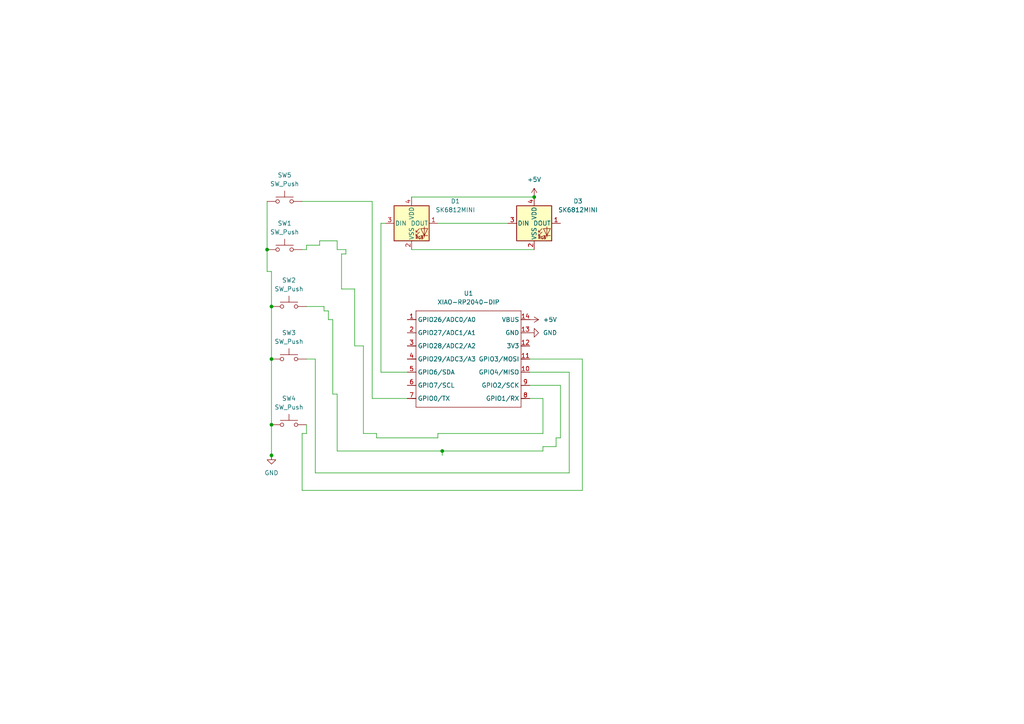
<source format=kicad_sch>
(kicad_sch (version 20250114) (generator "eeschema") (generator_version "9.0")
  (paper "A4")
  (lib_symbols
    (symbol "LED:SK6812MINI" (pin_names (offset 0.254))
      (property "Reference" "D" (at 5.08 5.715 0))
      (property "Value" "SK6812MINI" (at 1.27 -5.715 0))
      (symbol "SK6812MINI_0_0"
        (text "RGB" (at 2.286 -4.191 0) (effects (font (size 0.762 0.762))))
      )
      (symbol "SK6812MINI_0_1"
        (polyline (pts (xy 1.27 -2.54) (xy 1.778 -2.54)))
        (polyline (pts (xy 1.27 -3.556) (xy 1.778 -3.556)))
        (polyline (pts (xy 2.286 -1.524) (xy 1.27 -2.54) (xy 1.27 -2.032)))
        (polyline (pts (xy 2.286 -2.54) (xy 1.27 -3.556) (xy 1.27 -3.048)))
        (polyline (pts (xy 3.683 -1.016) (xy 3.683 -3.556) (xy 3.683 -4.064)))
        (polyline (pts (xy 4.699 -1.524) (xy 2.667 -1.524) (xy 3.683 -3.556) (xy 4.699 -1.524)))
        (polyline (pts (xy 4.699 -3.556) (xy 2.667 -3.556)))
        (rectangle (start 5.08 5.08) (end -5.08 -5.08) (stroke (width 0.254)) (fill (type background)))
      )
      (symbol "SK6812MINI_1_1"
        (pin input line (at -7.62 0 0) (length 2.54) (name "DIN") (number "3"))
        (pin power_in line (at 0 7.62 270) (length 2.54) (name "VDD") (number "4"))
        (pin power_in line (at 0 -7.62 90) (length 2.54) (name "VSS") (number "2"))
        (pin output line (at 7.62 0 180) (length 2.54) (name "DOUT") (number "1"))
      )
    )
    (symbol "OPL:XIAO-RP2040-DIP"
      (property "Reference" "U" (at 0 0 0))
      (property "Value" "XIAO-RP2040-DIP" (at 5.334 -1.778 0))
      (symbol "XIAO-RP2040-DIP_1_0"
        (polyline (pts (xy -1.27 -2.54) (xy 29.21 -2.54)) (stroke (width 0.1524)))
        (polyline (pts (xy -1.27 -5.08) (xy -2.54 -5.08)) (stroke (width 0.1524)))
        (polyline (pts (xy -1.27 -5.08) (xy -1.27 -2.54)) (stroke (width 0.1524)))
        (polyline (pts (xy -1.27 -8.89) (xy -2.54 -8.89)) (stroke (width 0.1524)))
        (polyline (pts (xy -1.27 -8.89) (xy -1.27 -5.08)) (stroke (width 0.1524)))
        (polyline (pts (xy -1.27 -12.7) (xy -2.54 -12.7)) (stroke (width 0.1524)))
        (polyline (pts (xy -1.27 -12.7) (xy -1.27 -8.89)) (stroke (width 0.1524)))
        (polyline (pts (xy -1.27 -16.51) (xy -2.54 -16.51)) (stroke (width 0.1524)))
        (polyline (pts (xy -1.27 -16.51) (xy -1.27 -12.7)) (stroke (width 0.1524)))
        (polyline (pts (xy -1.27 -20.32) (xy -2.54 -20.32)) (stroke (width 0.1524)))
        (polyline (pts (xy -1.27 -24.13) (xy -2.54 -24.13)) (stroke (width 0.1524)))
        (polyline (pts (xy -1.27 -27.94) (xy -2.54 -27.94)) (stroke (width 0.1524)))
        (polyline (pts (xy -1.27 -30.48) (xy -1.27 -16.51)) (stroke (width 0.1524)))
        (polyline (pts (xy 29.21 -2.54) (xy 29.21 -5.08)) (stroke (width 0.1524)))
        (polyline (pts (xy 29.21 -5.08) (xy 29.21 -8.89)) (stroke (width 0.1524)))
        (polyline (pts (xy 29.21 -8.89) (xy 29.21 -12.7)) (stroke (width 0.1524)))
        (polyline (pts (xy 29.21 -12.7) (xy 29.21 -30.48)) (stroke (width 0.1524)))
        (polyline (pts (xy 29.21 -30.48) (xy -1.27 -30.48)) (stroke (width 0.1524)))
        (polyline (pts (xy 30.48 -5.08) (xy 29.21 -5.08)) (stroke (width 0.1524)))
        (polyline (pts (xy 30.48 -8.89) (xy 29.21 -8.89)) (stroke (width 0.1524)))
        (polyline (pts (xy 30.48 -12.7) (xy 29.21 -12.7)) (stroke (width 0.1524)))
        (polyline (pts (xy 30.48 -16.51) (xy 29.21 -16.51)) (stroke (width 0.1524)))
        (polyline (pts (xy 30.48 -20.32) (xy 29.21 -20.32)) (stroke (width 0.1524)))
        (polyline (pts (xy 30.48 -24.13) (xy 29.21 -24.13)) (stroke (width 0.1524)))
        (polyline (pts (xy 30.48 -27.94) (xy 29.21 -27.94)) (stroke (width 0.1524)))
        (pin passive line (at -3.81 -5.08 0) (length 2.54) (name "GPIO26/ADC0/A0") (number "1"))
        (pin passive line (at -3.81 -8.89 0) (length 2.54) (name "GPIO27/ADC1/A1") (number "2"))
        (pin passive line (at -3.81 -12.7 0) (length 2.54) (name "GPIO28/ADC2/A2") (number "3"))
        (pin passive line (at -3.81 -16.51 0) (length 2.54) (name "GPIO29/ADC3/A3") (number "4"))
        (pin passive line (at -3.81 -20.32 0) (length 2.54) (name "GPIO6/SDA") (number "5"))
        (pin passive line (at -3.81 -24.13 0) (length 2.54) (name "GPIO7/SCL") (number "6"))
        (pin passive line (at -3.81 -27.94 0) (length 2.54) (name "GPIO0/TX") (number "7"))
        (pin passive line (at 31.75 -5.08 180) (length 2.54) (name "VBUS") (number "14"))
        (pin passive line (at 31.75 -8.89 180) (length 2.54) (name "GND") (number "13"))
        (pin passive line (at 31.75 -12.7 180) (length 2.54) (name "3V3") (number "12"))
        (pin passive line (at 31.75 -16.51 180) (length 2.54) (name "GPIO3/MOSI") (number "11"))
        (pin passive line (at 31.75 -20.32 180) (length 2.54) (name "GPIO4/MISO") (number "10"))
        (pin passive line (at 31.75 -24.13 180) (length 2.54) (name "GPIO2/SCK") (number "9"))
        (pin passive line (at 31.75 -27.94 180) (length 2.54) (name "GPIO1/RX") (number "8"))
      )
    )
    (symbol "Switch:SW_Push" (pin_numbers (hide yes)) (pin_names (offset 1.016) (hide yes))
      (property "Reference" "SW" (at 1.27 2.54 0))
      (property "Value" "SW_Push" (at 0 -1.524 0))
      (symbol "SW_Push_0_1"
        (circle (center -2.032 0) (radius 0.508))
        (polyline (pts (xy 0 1.27) (xy 0 3.048)))
        (circle (center 2.032 0) (radius 0.508))
        (polyline (pts (xy 2.54 1.27) (xy -2.54 1.27)))
        (pin passive line (at -5.08 0 0) (length 2.54) (name "1") (number "1"))
        (pin passive line (at 5.08 0 180) (length 2.54) (name "2") (number "2"))
      )
    )
    (symbol "power:+5V" (power) (pin_numbers (hide yes)) (pin_names (offset 0) (hide yes))
      (property "Value" "+5V" (at 0 3.556 0))
      (symbol "+5V_0_1"
        (polyline (pts (xy -0.762 1.27) (xy 0 2.54)))
        (polyline (pts (xy 0 2.54) (xy 0.762 1.27)))
        (polyline (pts (xy 0 0) (xy 0 2.54)))
      )
      (symbol "+5V_1_1"
        (pin power_in line (at 0 0 90) (length 0) (name "~") (number "1"))
      )
    )
    (symbol "power:GND" (power) (pin_numbers (hide yes)) (pin_names (offset 0) (hide yes))
      (property "Value" "GND" (at 0 -3.81 0))
      (symbol "GND_0_1"
        (polyline (pts (xy 0 0) (xy 0 -1.27) (xy 1.27 -1.27) (xy 0 -2.54) (xy -1.27 -1.27) (xy 0 -1.27)))
      )
      (symbol "GND_1_1"
        (pin power_in line (at 0 0 270) (length 0) (name "~") (number "1"))
      )
    )
  )
  (junction (at 78.74 132.08))
  (junction (at 78.74 88.9))
  (junction (at 154.94 57.15))
  (junction (at 128.27 130.81))
  (junction (at 78.74 123.19))
  (junction (at 77.47 72.39))
  (junction (at 78.74 104.14))
  (wire (pts (xy 99.06 73.66) (xy 99.06 83.82)))
  (wire (pts (xy 153.67 115.57) (xy 157.48 115.57)))
  (wire (pts (xy 118.11 107.95) (xy 110.49 107.95)))
  (wire (pts (xy 77.47 58.42) (xy 77.47 72.39)))
  (wire (pts (xy 97.79 114.3) (xy 96.52 114.3)))
  (wire (pts (xy 96.52 92.71) (xy 95.25 92.71)))
  (wire (pts (xy 110.49 64.77) (xy 111.76 64.77)))
  (wire (pts (xy 105.41 100.33) (xy 102.87 100.33)))
  (wire (pts (xy 100.33 73.66) (xy 100.33 72.39)))
  (wire (pts (xy 78.74 78.74) (xy 78.74 88.9)))
  (wire (pts (xy 162.56 111.76) (xy 162.56 127)))
  (wire (pts (xy 109.22 127) (xy 109.22 125.73)))
  (wire (pts (xy 157.48 129.54) (xy 157.48 130.81)))
  (wire (pts (xy 128.27 130.81) (xy 157.48 130.81)))
  (wire (pts (xy 88.9 71.12) (xy 92.71 71.12)))
  (wire (pts (xy 128.27 130.81) (xy 128.27 132.08)))
  (wire (pts (xy 95.25 90.17) (xy 93.98 90.17)))
  (wire (pts (xy 96.52 92.71) (xy 96.52 114.3)))
  (wire (pts (xy 157.48 129.54) (xy 161.29 129.54)))
  (wire (pts (xy 87.63 125.73) (xy 88.9 125.73)))
  (wire (pts (xy 107.95 115.57) (xy 107.95 58.42)))
  (wire (pts (xy 161.29 127) (xy 161.29 129.54)))
  (wire (pts (xy 93.98 90.17) (xy 93.98 88.9)))
  (wire (pts (xy 99.06 73.66) (xy 100.33 73.66)))
  (wire (pts (xy 153.67 107.95) (xy 165.1 107.95)))
  (wire (pts (xy 92.71 69.85) (xy 92.71 71.12)))
  (wire (pts (xy 168.91 142.24) (xy 87.63 142.24)))
  (wire (pts (xy 153.67 111.76) (xy 162.56 111.76)))
  (wire (pts (xy 105.41 125.73) (xy 109.22 125.73)))
  (wire (pts (xy 168.91 104.14) (xy 168.91 142.24)))
  (wire (pts (xy 88.9 125.73) (xy 88.9 123.19)))
  (wire (pts (xy 97.79 69.85) (xy 92.71 69.85)))
  (wire (pts (xy 107.95 58.42) (xy 87.63 58.42)))
  (wire (pts (xy 88.9 104.14) (xy 91.44 104.14)))
  (wire (pts (xy 78.74 123.19) (xy 78.74 132.08)))
  (wire (pts (xy 77.47 78.74) (xy 78.74 78.74)))
  (wire (pts (xy 127 125.73) (xy 127 127)))
  (wire (pts (xy 119.38 72.39) (xy 154.94 72.39)))
  (wire (pts (xy 77.47 72.39) (xy 77.47 78.74)))
  (wire (pts (xy 97.79 69.85) (xy 97.79 72.39)))
  (wire (pts (xy 87.63 142.24) (xy 87.63 125.73)))
  (wire (pts (xy 105.41 100.33) (xy 105.41 125.73)))
  (wire (pts (xy 165.1 137.16) (xy 91.44 137.16)))
  (wire (pts (xy 97.79 72.39) (xy 100.33 72.39)))
  (wire (pts (xy 127 64.77) (xy 147.32 64.77)))
  (wire (pts (xy 157.48 115.57) (xy 157.48 125.73)))
  (wire (pts (xy 153.67 104.14) (xy 168.91 104.14)))
  (wire (pts (xy 165.1 107.95) (xy 165.1 137.16)))
  (wire (pts (xy 127 125.73) (xy 157.48 125.73)))
  (wire (pts (xy 78.74 132.08) (xy 78.74 133.35)))
  (wire (pts (xy 102.87 83.82) (xy 99.06 83.82)))
  (wire (pts (xy 102.87 83.82) (xy 102.87 100.33)))
  (wire (pts (xy 78.74 88.9) (xy 78.74 104.14)))
  (wire (pts (xy 97.79 114.3) (xy 97.79 130.81)))
  (wire (pts (xy 119.38 57.15) (xy 154.94 57.15)))
  (wire (pts (xy 78.74 104.14) (xy 78.74 123.19)))
  (wire (pts (xy 95.25 90.17) (xy 95.25 92.71)))
  (wire (pts (xy 110.49 107.95) (xy 110.49 64.77)))
  (wire (pts (xy 91.44 104.14) (xy 91.44 137.16)))
  (wire (pts (xy 88.9 88.9) (xy 93.98 88.9)))
  (wire (pts (xy 88.9 71.12) (xy 88.9 72.39)))
  (wire (pts (xy 87.63 72.39) (xy 88.9 72.39)))
  (wire (pts (xy 118.11 115.57) (xy 107.95 115.57)))
  (wire (pts (xy 109.22 127) (xy 127 127)))
  (wire (pts (xy 162.56 127) (xy 161.29 127)))
  (wire (pts (xy 97.79 130.81) (xy 128.27 130.81)))
  (symbol (lib_id "Switch:SW_Push") (at 83.82 123.19 0) (unit 1)
    (property "Reference" "SW4" (at 83.82 115.57 0))
    (property "Value" "SW_Push" (at 83.82 118.11 0))
    (property "Footprint" "Button_Switch_Keyboard:SW_Cherry_MX_1.00u_PCB" (effects (hide yes)))
    (property "Description" "Push button switch, generic, two pins" (effects (hide yes)))
  )
  (symbol (lib_id "power:+5V") (at 153.67 92.71 270) (unit 1)
    (property "Reference" "#PWR03" (effects (hide yes)))
    (property "Value" "+5V" (at 157.48 92.7099 90) (effects (justify left)))
    (property "Description" "Power symbol creates a global label with name \"+5V\"" (effects (hide yes)))
  )
  (symbol (lib_id "Switch:SW_Push") (at 82.55 72.39 0) (unit 1)
    (property "Reference" "SW1" (at 82.55 64.77 0))
    (property "Value" "SW_Push" (at 82.55 67.31 0))
    (property "Footprint" "Button_Switch_Keyboard:SW_Cherry_MX_1.00u_PCB" (effects (hide yes)))
    (property "Description" "Push button switch, generic, two pins" (effects (hide yes)))
  )
  (symbol (lib_id "Switch:SW_Push") (at 83.82 88.9 0) (unit 1)
    (property "Reference" "SW2" (at 83.82 81.28 0))
    (property "Value" "SW_Push" (at 83.82 83.82 0))
    (property "Footprint" "Button_Switch_Keyboard:SW_Cherry_MX_1.00u_PCB" (effects (hide yes)))
    (property "Description" "Push button switch, generic, two pins" (effects (hide yes)))
  )
  (symbol (lib_id "Switch:SW_Push") (at 83.82 104.14 0) (unit 1)
    (property "Reference" "SW3" (at 83.82 96.52 0))
    (property "Value" "SW_Push" (at 83.82 99.06 0))
    (property "Footprint" "Button_Switch_Keyboard:SW_Cherry_MX_1.00u_PCB" (effects (hide yes)))
    (property "Description" "Push button switch, generic, two pins" (effects (hide yes)))
  )
  (symbol (lib_id "OPL:XIAO-RP2040-DIP") (at 121.92 87.63 0) (unit 1)
    (property "Reference" "U1" (at 135.89 85.09 0))
    (property "Value" "XIAO-RP2040-DIP" (at 135.89 87.63 0))
    (property "Footprint" "KiCAD OPL:XIAO-RP2040-DIP" (effects (hide yes)))
  )
  (symbol (lib_id "power:GND") (at 153.67 96.52 90) (unit 1)
    (property "Reference" "#PWR02" (effects (hide yes)))
    (property "Value" "GND" (at 157.48 96.5199 90) (effects (justify right)))
    (property "Description" "Power symbol creates a global label with name \"GND\" , ground" (effects (hide yes)))
  )
  (symbol (lib_id "LED:SK6812MINI") (at 154.94 64.77 0) (unit 1)
    (property "Reference" "D3" (at 167.64 58.3498 0))
    (property "Value" "SK6812MINI" (at 167.64 60.8898 0))
    (property "Footprint" "LED_SMD:LED_SK6812MINI_PLCC4_3.5x3.5mm_P1.75mm" (effects (hide yes)))
    (property "Datasheet" "https://cdn-shop.adafruit.com/product-files/2686/SK6812MINI_REV.01-1-2.pdf" (effects (hide yes)))
    (property "Description" "RGB LED with integrated controller" (effects (hide yes)))
  )
  (symbol (lib_id "power:GND") (at 78.74 132.08 0) (unit 1)
    (property "Reference" "#PWR01" (effects (hide yes)))
    (property "Value" "GND" (at 78.74 137.16 0))
    (property "Description" "Power symbol creates a global label with name \"GND\" , ground" (effects (hide yes)))
  )
  (symbol (lib_id "power:+5V") (at 154.94 57.15 0) (unit 1)
    (property "Reference" "#PWR04" (effects (hide yes)))
    (property "Value" "+5V" (at 154.94 52.07 0))
    (property "Description" "Power symbol creates a global label with name \"+5V\"" (effects (hide yes)))
  )
  (symbol (lib_id "LED:SK6812MINI") (at 119.38 64.77 0) (unit 1)
    (property "Reference" "D1" (at 132.08 58.3498 0))
    (property "Value" "SK6812MINI" (at 132.08 60.8898 0))
    (property "Footprint" "LED_SMD:LED_SK6812MINI_PLCC4_3.5x3.5mm_P1.75mm" (effects (hide yes)))
    (property "Datasheet" "https://cdn-shop.adafruit.com/product-files/2686/SK6812MINI_REV.01-1-2.pdf" (effects (hide yes)))
    (property "Description" "RGB LED with integrated controller" (effects (hide yes)))
  )
  (symbol (lib_id "Switch:SW_Push") (at 82.55 58.42 0) (unit 1)
    (property "Reference" "SW5" (at 82.55 50.8 0))
    (property "Value" "SW_Push" (at 82.55 53.34 0))
    (property "Footprint" "Button_Switch_Keyboard:SW_Cherry_MX_1.00u_PCB" (effects (hide yes)))
    (property "Description" "Push button switch, generic, two pins" (effects (hide yes)))
  )
)
</source>
